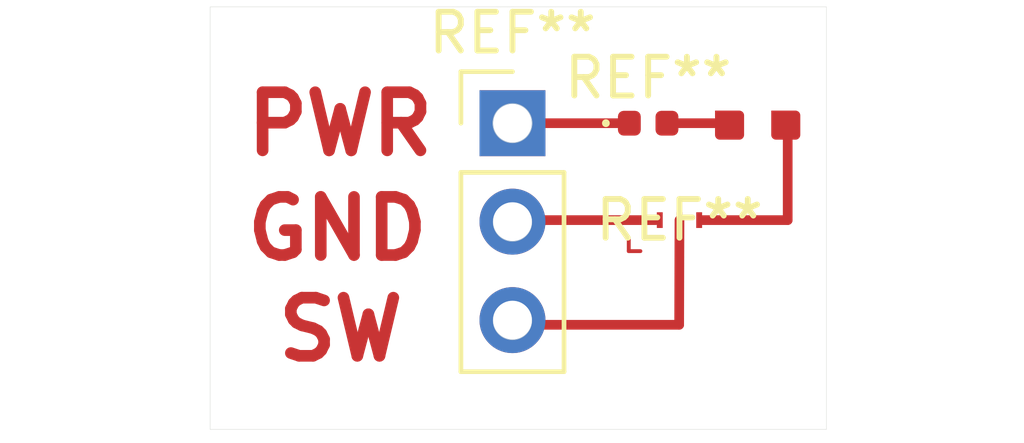
<source format=kicad_pcb>
(kicad_pcb (version 20221018) (generator pcbnew)
  (layers (0 "F.Cu" signal) (31 "B.Cu" signal) (34 "B.Paste" user) (35 "F.Paste" user) (36 "B.SilkS" user "B.Silkscreen") (37 "F.SilkS" user "F.Silkscreen") (38 "B.Mask" user) (39 "F.Mask" user) (44 "Edge.Cuts" user))
  (net 0 "")
  (footprint "Connector_PinHeader_2.54mm:PinHeader_1x03_P2.54mm_Vertical" (layer "F.Cu") (at 107.6 97.4)
    (fp_text reference "REF**" (at 0 -2.33) (layer "F.SilkS"))
    (fp_text value "PinHeader_1x03_P2.54mm_Vertical")
    (fp_line (start -1.33 -1.33) (end 0 -1.33) (stroke (width 0.12)) (layer "F.SilkS"))
    (fp_line (start -1.33 0) (end -1.33 -1.33) (stroke (width 0.12)) (layer "F.SilkS"))
    (fp_line (start -1.33 1.27) (end -1.33 6.41) (stroke (width 0.12)) (layer "F.SilkS"))
    (fp_line (start -1.33 1.27) (end 1.33 1.27) (stroke (width 0.12)) (layer "F.SilkS"))
    (fp_line (start -1.33 6.41) (end 1.33 6.41) (stroke (width 0.12)) (layer "F.SilkS"))
    (fp_line (start 1.33 1.27) (end 1.33 6.41) (stroke (width 0.12)) (layer "F.SilkS"))
    (pad "1" thru_hole rect (at 0 0) (size 1.7 1.7) (drill 1) (layers "*.Cu" "*.Mask"))
    (pad "2" thru_hole oval (at 0 2.54) (size 1.7 1.7) (drill 1) (layers "*.Cu" "*.Mask"))
    (pad "3" thru_hole oval (at 0 5.08) (size 1.7 1.7) (drill 1) (layers "*.Cu" "*.Mask"))
  )
  (footprint "Diode_SMD:D_0402_1005Metric" (layer "F.Cu") (at 111.1 97.4)
    (fp_text reference "REF**" (at 0 -1.17) (layer "F.SilkS"))
    (fp_text value "D_0402_1005Metric")
    (fp_circle (center -1.09 0) (end -1.04 0) (stroke (width 0.1)) (fill none) (layer "F.SilkS"))
    (pad "1" smd roundrect (at -0.485 0) (size 0.59 0.64) (layers "F.Cu" "F.Paste" "F.Mask"))
    (pad "2" smd roundrect (at 0.485 0) (size 0.59 0.64) (layers "F.Cu" "F.Paste" "F.Mask"))
  )
  (footprint "footprints:PICOSTAR3_YJK_TEX" (layer "F.Cu") (at 111.908 99.9)
    (fp_text reference "REF**" (at 0 0 unlocked) (layer "F.SilkS"))
    (fp_text value "PICOSTAR3_YJK_TEX" hide)
    (pad "1" smd rect (at -0.508 0) (size 0.1524 0.4064) (layers "F.Cu" "F.Paste" "F.Mask"))
    (pad "2" smd rect (at 0 0) (size 0.1524 0.4064) (layers "F.Cu" "F.Paste" "F.Mask"))
    (pad "3" smd rect (at 0.508 0) (size 0.1524 0.4064) (layers "F.Cu" "F.Paste" "F.Mask"))
  )
  (gr_rect (start 114.4 97.2) (end 114.9 97.7) (stroke (width 0.25)) (fill solid) (layer "F.Cu"))
  (gr_rect (start 112.95 97.2) (end 113.45 97.7) (stroke (width 0.25)) (fill solid) (layer "F.Cu"))
  (gr_line (start 111.9 102.6) (end 108.3 102.6) (stroke (width 0.25)) (layer "F.Cu"))
  (gr_line (start 110.6 100.4) (end 110.6 100.7) (stroke (width 0.1)) (layer "F.Cu"))
  (gr_line (start 110.6 100.7) (end 110.9 100.7) (stroke (width 0.1)) (layer "F.Cu"))
  (gr_line (start 111.8 97.4) (end 112.8 97.4) (stroke (width 0.25)) (layer "F.Cu"))
  (gr_line (start 114.7 99.9) (end 114.7 97.6) (stroke (width 0.25)) (layer "F.Cu"))
  (gr_line (start 112.5 99.9) (end 114.7 99.9) (stroke (width 0.25)) (layer "F.Cu"))
  (gr_line (start 108.4 97.4) (end 110.3 97.4) (stroke (width 0.25)) (layer "F.Cu"))
  (gr_line (start 111.908 99.9) (end 111.9 102.6) (stroke (width 0.25)) (layer "F.Cu"))
  (gr_line (start 108.3 99.9) (end 111.3 99.9) (stroke (width 0.25)) (layer "F.Cu"))
  (gr_circle (center 107.6 97.4) (end 108.109902 97.4) (stroke (width 0.01)) (fill none) (layer "Edge.Cuts"))
  (gr_rect (start 99.8 94.4) (end 115.7 105.3) (stroke (width 0.01)) (fill none) (layer "Edge.Cuts"))
  (gr_circle (center 107.6 102.49) (end 108.1 102.49) (stroke (width 0.01)) (fill none) (layer "Edge.Cuts"))
  (gr_circle (center 107.6 99.95) (end 108.1 99.95) (stroke (width 0.01)) (fill none) (layer "Edge.Cuts"))
  (gr_text "PWR" (at 100.6 98.3) (layer "F.Cu") (effects (font (size 1.5 1.5) (thickness 0.3) bold) (justify left bottom)))
  (gr_text "GND" (at 100.6 101) (layer "F.Cu") (effects (font (size 1.5 1.5) (thickness 0.3) bold) (justify left bottom)))
  (gr_text "SW" (at 101.4 103.6) (layer "F.Cu") (effects (font (size 1.5 1.5) (thickness 0.3) bold) (justify left bottom)))
)
</source>
